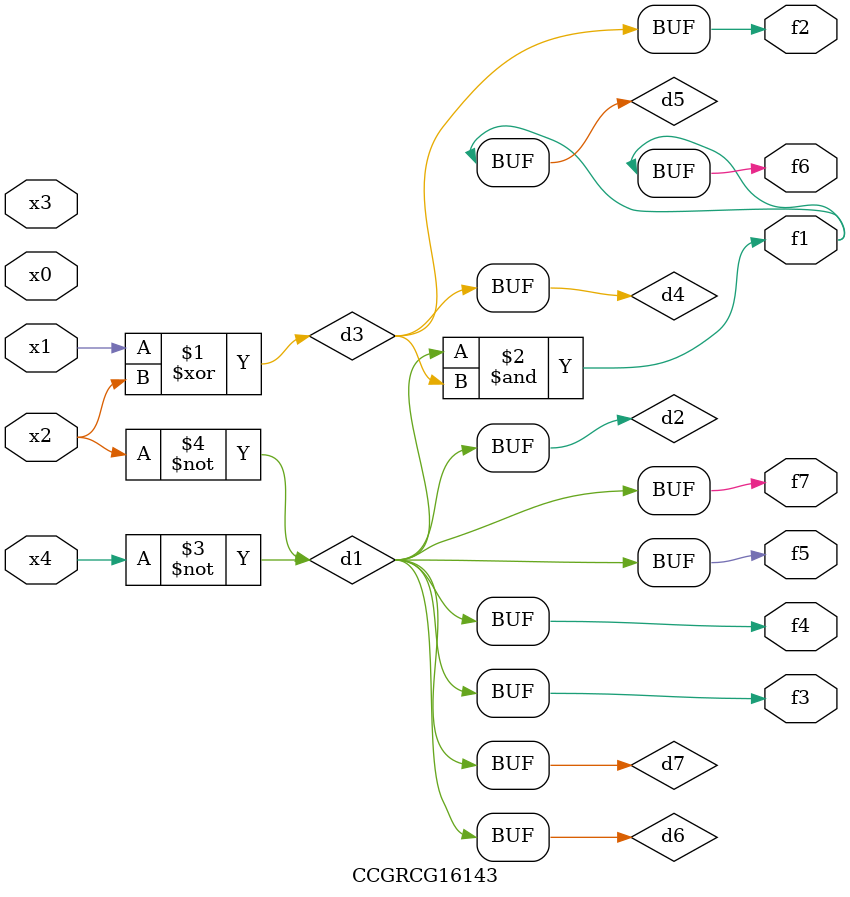
<source format=v>
module CCGRCG16143(
	input x0, x1, x2, x3, x4,
	output f1, f2, f3, f4, f5, f6, f7
);

	wire d1, d2, d3, d4, d5, d6, d7;

	not (d1, x4);
	not (d2, x2);
	xor (d3, x1, x2);
	buf (d4, d3);
	and (d5, d1, d3);
	buf (d6, d1, d2);
	buf (d7, d2);
	assign f1 = d5;
	assign f2 = d4;
	assign f3 = d7;
	assign f4 = d7;
	assign f5 = d7;
	assign f6 = d5;
	assign f7 = d7;
endmodule

</source>
